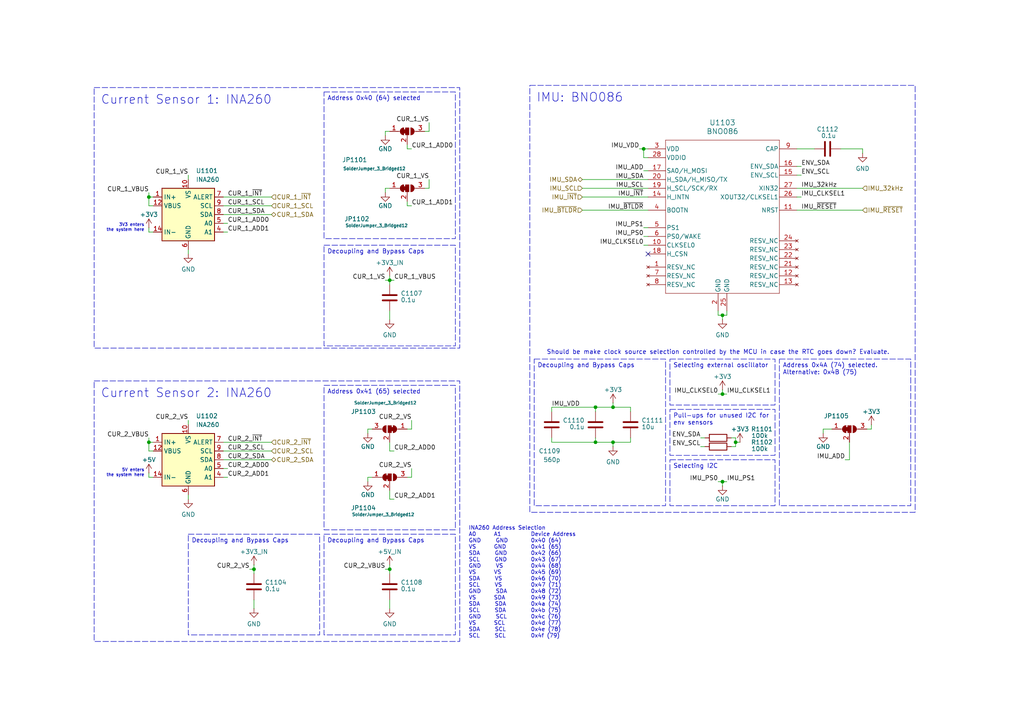
<source format=kicad_sch>
(kicad_sch (version 20231120) (generator "eeschema") (generator_version "8.0")
  (paper "A4")
  (title_block (title "bac MCU MicroMod Main Board Dual Function Single bacBus v1") (date "2025-02-12") (rev "1") (company "Build a CubeSat") (comment 1 "Manuel Imboden") (comment 2 "CC BY-SA 4.0") (comment 3 "https://buildacubesat.space"))
  (lib_symbols
    (symbol "Device:C" (pin_numbers hide) (pin_names (offset 0.254))
      (property "Reference" "C" (at 0.635 2.54 0))
      (property "Value" "C" (at 0.635 -2.54 0))
      (symbol "C_0_1"
        (polyline (pts (xy -2.032 -0.762) (xy 2.032 -0.762)) (stroke (width 0.508)))
        (polyline (pts (xy -2.032 0.762) (xy 2.032 0.762)) (stroke (width 0.508)))
      )
      (symbol "C_1_1"
        (pin passive line (at 0 3.81 270) (length 2.794) (name "~") (number "1"))
        (pin passive line (at 0 -3.81 90) (length 2.794) (name "~") (number "2"))
      )
    )
    (symbol "Device:R" (pin_numbers hide) (pin_names (offset 0))
      (property "Reference" "R" (at 2.032 0 90))
      (property "Value" "R" (at 0 0 90))
      (symbol "R_0_1"
        (rectangle (start -1.016 -2.54) (end 1.016 2.54) (stroke (width 0.254)))
      )
      (symbol "R_1_1"
        (pin passive line (at 0 3.81 270) (length 1.27) (name "~") (number "1"))
        (pin passive line (at 0 -3.81 90) (length 1.27) (name "~") (number "2"))
      )
    )
    (symbol "Jumper:SolderJumper_3_Bridged12" (pin_names (offset 0) hide) (exclude_from_sim yes) (in_bom no)
      (property "Reference" "JP" (at -2.54 -2.54 0))
      (property "Value" "SolderJumper_3_Bridged12" (at 0 2.794 0))
      (symbol "SolderJumper_3_Bridged12_0_1"
        (rectangle (start -1.016 0.508) (end -0.508 -0.508) (fill (type outline)))
        (arc (start -1.016 1.016) (mid -2.0276 0) (end -1.016 -1.016))
        (arc (start -1.016 1.016) (mid -2.0276 0) (end -1.016 -1.016) (fill (type outline)))
        (rectangle (start -0.508 1.016) (end 0.508 -1.016) (fill (type outline)))
        (polyline (pts (xy -2.54 0) (xy -2.032 0)))
        (polyline (pts (xy -1.016 1.016) (xy -1.016 -1.016)))
        (polyline (pts (xy 0 -1.27) (xy 0 -1.016)))
        (polyline (pts (xy 1.016 1.016) (xy 1.016 -1.016)))
        (polyline (pts (xy 2.54 0) (xy 2.032 0)))
        (arc (start 1.016 -1.016) (mid 2.0276 0) (end 1.016 1.016))
        (arc (start 1.016 -1.016) (mid 2.0276 0) (end 1.016 1.016) (fill (type outline)))
      )
      (symbol "SolderJumper_3_Bridged12_1_1"
        (pin passive line (at -5.08 0 0) (length 2.54) (name "A") (number "1"))
        (pin passive line (at 0 -3.81 90) (length 2.54) (name "C") (number "2"))
        (pin passive line (at 5.08 0 180) (length 2.54) (name "B") (number "3"))
      )
    )
    (symbol "Sensor:INA260"
      (property "Reference" "U" (at -6.35 8.89 0))
      (property "Value" "INA260" (at 2.54 8.89 0))
      (symbol "INA260_0_1"
        (rectangle (start -7.62 7.62) (end 7.62 -7.62) (stroke (width 0.254)) (fill (type background)))
      )
      (symbol "INA260_1_1"
        (pin passive line (at -10.16 5.08 0) (length 2.54) (name "IN+") (number "1"))
        (pin power_in line (at 0 10.16 270) (length 2.54) (name "VS") (number "10"))
        (pin passive line (at 0 -10.16 90) (length 2.54) hide (name "GND") (number "11"))
        (pin passive line (at -10.16 2.54 0) (length 2.54) (name "VBUS") (number "12"))
        (pin no_connect line (at 2.54 -7.62 90) (length 2.54) hide (name "NC") (number "13"))
        (pin passive line (at -10.16 -5.08 0) (length 2.54) (name "IN-") (number "14"))
        (pin passive line (at -10.16 -5.08 0) (length 2.54) hide (name "IN-") (number "15"))
        (pin passive line (at -10.16 -5.08 0) (length 2.54) hide (name "IN-") (number "16"))
        (pin passive line (at -10.16 5.08 0) (length 2.54) hide (name "IN+") (number "2"))
        (pin passive line (at -10.16 5.08 0) (length 2.54) hide (name "IN+") (number "3"))
        (pin input line (at 10.16 -5.08 180) (length 2.54) (name "A1") (number "4"))
        (pin input line (at 10.16 -2.54 180) (length 2.54) (name "A0") (number "5"))
        (pin power_in line (at 0 -10.16 90) (length 2.54) (name "GND") (number "6"))
        (pin open_collector line (at 10.16 5.08 180) (length 2.54) (name "ALERT") (number "7"))
        (pin bidirectional line (at 10.16 0 180) (length 2.54) (name "SDA") (number "8"))
        (pin input line (at 10.16 2.54 180) (length 2.54) (name "SCL") (number "9"))
      )
    )
    (symbol "bac MicroMod Main Board v1:CEVA BNO086" (pin_names (offset 0.254))
      (property "Reference" "U" (at 0 25.4 0))
      (property "Value" "CEVA BNO086" (at 0 22.86 0))
      (symbol "CEVA BNO086_0_1"
        (polyline (pts (xy -16.51 -24.13) (xy 16.51 -24.13)) (stroke (width 0.127)))
        (polyline (pts (xy -16.51 20.32) (xy -16.51 -24.13)) (stroke (width 0.127)))
        (polyline (pts (xy 16.51 -24.13) (xy 16.51 20.32)) (stroke (width 0.127)))
        (polyline (pts (xy 16.51 20.32) (xy -16.51 20.32)) (stroke (width 0.127)))
        (pin no_connect line (at -21.59 -16.51 0) (length 5.08) (name "RESV_NC") (number "1"))
        (pin input line (at -21.59 -10.16 0) (length 5.08) (name "CLKSEL0") (number "10"))
        (pin input line (at 21.59 0 180) (length 5.08) (name "NRST") (number "11"))
        (pin no_connect line (at 21.59 -19.05 180) (length 5.08) (name "RESV_NC") (number "12"))
        (pin no_connect line (at 21.59 -21.59 180) (length 5.08) (name "RESV_NC") (number "13"))
        (pin output line (at -21.59 3.81 0) (length 5.08) (name "H_INTN") (number "14"))
        (pin bidirectional line (at 21.59 10.16 180) (length 5.08) (name "ENV_SCL") (number "15"))
        (pin bidirectional line (at 21.59 12.7 180) (length 5.08) (name "ENV_SDA") (number "16"))
        (pin input line (at -21.59 11.43 0) (length 5.08) (name "SA0/H_MOSI") (number "17"))
        (pin input line (at -21.59 -12.7 0) (length 5.08) (name "H_CSN") (number "18"))
        (pin bidirectional line (at -21.59 6.35 0) (length 5.08) (name "H_SCL/SCK/RX") (number "19"))
        (pin power_out line (at -1.27 -29.21 90) (length 5.08) (name "GND") (number "2"))
        (pin bidirectional line (at -21.59 8.89 0) (length 5.08) (name "H_SDA/H_MISO/TX") (number "20"))
        (pin no_connect line (at 21.59 -16.51 180) (length 5.08) (name "RESV_NC") (number "21"))
        (pin no_connect line (at 21.59 -13.97 180) (length 5.08) (name "RESV_NC") (number "22"))
        (pin no_connect line (at 21.59 -11.43 180) (length 5.08) (name "RESV_NC") (number "23"))
        (pin no_connect line (at 21.59 -8.89 180) (length 5.08) (name "RESV_NC") (number "24"))
        (pin power_out line (at 1.27 -29.21 90) (length 5.08) (name "GND") (number "25"))
        (pin output line (at 21.59 3.81 180) (length 5.08) (name "XOUT32/CLKSEL1") (number "26"))
        (pin input line (at 21.59 6.35 180) (length 5.08) (name "XIN32") (number "27"))
        (pin power_in line (at -21.59 15.24 0) (length 5.08) (name "VDDIO") (number "28"))
        (pin power_in line (at -21.59 17.78 0) (length 5.08) (name "VDD") (number "3"))
        (pin input line (at -21.59 0 0) (length 5.08) (name "BOOTN") (number "4"))
        (pin input line (at -21.59 -5.08 0) (length 5.08) (name "PS1") (number "5"))
        (pin input line (at -21.59 -7.62 0) (length 5.08) (name "PS0/WAKE") (number "6"))
        (pin no_connect line (at -21.59 -19.05 0) (length 5.08) (name "RESV_NC") (number "7"))
        (pin no_connect line (at -21.59 -21.59 0) (length 5.08) (name "RESV_NC") (number "8"))
        (pin power_in line (at 21.59 17.78 180) (length 5.08) (name "CAP") (number "9"))
      )
    )
    (symbol "power:+3.3V" (power) (pin_numbers hide) (pin_names (offset 0) hide)
      (property "Value" "+3.3V" (at 0 3.556 0))
      (symbol "+3.3V_0_1"
        (polyline (pts (xy -0.762 1.27) (xy 0 2.54)))
        (polyline (pts (xy 0 0) (xy 0 2.54)))
        (polyline (pts (xy 0 2.54) (xy 0.762 1.27)))
      )
      (symbol "+3.3V_1_1"
        (pin power_in line (at 0 0 90) (length 0) (name "~") (number "1"))
      )
    )
    (symbol "power:GND" (power) (pin_numbers hide) (pin_names (offset 0) hide)
      (property "Value" "GND" (at 0 -3.81 0))
      (symbol "GND_0_1"
        (polyline (pts (xy 0 0) (xy 0 -1.27) (xy 1.27 -1.27) (xy 0 -2.54) (xy -1.27 -1.27) (xy 0 -1.27)))
      )
      (symbol "GND_1_1"
        (pin power_in line (at 0 0 270) (length 0) (name "~") (number "1"))
      )
    )
  )
  (junction (at 177.8 128.27))
  (junction (at 73.66 165.1))
  (junction (at 172.72 118.11))
  (junction (at 213.36 128.27))
  (junction (at 209.55 114.3))
  (junction (at 186.69 43.18))
  (junction (at 43.18 57.15))
  (junction (at 172.72 128.27))
  (junction (at 177.8 118.11))
  (junction (at 209.55 91.44))
  (junction (at 43.18 128.27))
  (junction (at 113.03 165.1))
  (junction (at 209.55 139.7))
  (junction (at 113.03 81.28))
  (no_connect (at 187.96 73.66))
  (wire (pts (xy 43.18 59.69) (xy 44.45 59.69)))
  (wire (pts (xy 238.76 124.46) (xy 241.3 124.46)))
  (wire (pts (xy 54.61 144.78) (xy 54.61 143.51)))
  (wire (pts (xy 213.36 127) (xy 213.36 128.27)))
  (wire (pts (xy 72.39 165.1) (xy 73.66 165.1)))
  (wire (pts (xy 54.61 50.8) (xy 54.61 52.07)))
  (wire (pts (xy 111.76 81.28) (xy 113.03 81.28)))
  (wire (pts (xy 119.38 138.43) (xy 118.11 138.43)))
  (wire (pts (xy 209.55 140.97) (xy 209.55 139.7)))
  (wire (pts (xy 231.14 50.8) (xy 232.41 50.8)))
  (wire (pts (xy 209.55 113.03) (xy 209.55 114.3)))
  (wire (pts (xy 111.76 54.61) (xy 111.76 55.88)))
  (wire (pts (xy 43.18 130.81) (xy 44.45 130.81)))
  (wire (pts (xy 213.36 128.27) (xy 213.36 129.54)))
  (wire (pts (xy 210.82 91.44) (xy 210.82 90.17)))
  (wire (pts (xy 160.02 127) (xy 160.02 128.27)))
  (wire (pts (xy 113.03 130.81) (xy 113.03 128.27)))
  (wire (pts (xy 118.11 43.18) (xy 118.11 41.91)))
  (wire (pts (xy 64.77 67.31) (xy 66.04 67.31)))
  (wire (pts (xy 172.72 118.11) (xy 177.8 118.11)))
  (wire (pts (xy 231.14 54.61) (xy 250.19 54.61)))
  (wire (pts (xy 208.28 139.7) (xy 209.55 139.7)))
  (wire (pts (xy 245.11 133.35) (xy 246.38 133.35)))
  (wire (pts (xy 238.76 124.46) (xy 238.76 125.73)))
  (wire (pts (xy 168.91 52.07) (xy 187.96 52.07)))
  (wire (pts (xy 43.18 57.15) (xy 44.45 57.15)))
  (wire (pts (xy 113.03 173.99) (xy 113.03 176.53)))
  (wire (pts (xy 186.69 71.12) (xy 187.96 71.12)))
  (wire (pts (xy 114.3 130.81) (xy 113.03 130.81)))
  (wire (pts (xy 160.02 119.38) (xy 160.02 118.11)))
  (wire (pts (xy 113.03 90.17) (xy 113.03 92.71)))
  (wire (pts (xy 78.74 57.15) (xy 64.77 57.15)))
  (wire (pts (xy 177.8 128.27) (xy 172.72 128.27)))
  (wire (pts (xy 118.11 59.69) (xy 118.11 58.42)))
  (wire (pts (xy 186.69 66.04) (xy 187.96 66.04)))
  (wire (pts (xy 203.2 129.54) (xy 204.47 129.54)))
  (wire (pts (xy 54.61 73.66) (xy 54.61 72.39)))
  (wire (pts (xy 73.66 165.1) (xy 73.66 166.37)))
  (wire (pts (xy 186.69 45.72) (xy 186.69 43.18)))
  (wire (pts (xy 236.22 43.18) (xy 231.14 43.18)))
  (wire (pts (xy 43.18 57.15) (xy 43.18 55.88)))
  (wire (pts (xy 168.91 60.96) (xy 187.96 60.96)))
  (wire (pts (xy 208.28 90.17) (xy 208.28 91.44)))
  (wire (pts (xy 250.19 43.18) (xy 250.19 44.45)))
  (wire (pts (xy 209.55 91.44) (xy 210.82 91.44)))
  (wire (pts (xy 246.38 128.27) (xy 246.38 133.35)))
  (wire (pts (xy 114.3 144.78) (xy 113.03 144.78)))
  (wire (pts (xy 182.88 127) (xy 182.88 128.27)))
  (wire (pts (xy 182.88 128.27) (xy 177.8 128.27)))
  (wire (pts (xy 177.8 128.27) (xy 177.8 129.54)))
  (wire (pts (xy 124.46 52.07) (xy 124.46 54.61)))
  (wire (pts (xy 231.14 57.15) (xy 232.41 57.15)))
  (wire (pts (xy 111.76 54.61) (xy 113.03 54.61)))
  (wire (pts (xy 177.8 118.11) (xy 182.88 118.11)))
  (wire (pts (xy 119.38 121.92) (xy 119.38 124.46)))
  (wire (pts (xy 118.11 43.18) (xy 119.38 43.18)))
  (wire (pts (xy 106.68 124.46) (xy 107.95 124.46)))
  (wire (pts (xy 252.73 124.46) (xy 252.73 123.19)))
  (wire (pts (xy 213.36 129.54) (xy 212.09 129.54)))
  (wire (pts (xy 43.18 128.27) (xy 43.18 127)))
  (wire (pts (xy 160.02 128.27) (xy 172.72 128.27)))
  (wire (pts (xy 172.72 128.27) (xy 172.72 127)))
  (wire (pts (xy 43.18 67.31) (xy 44.45 67.31)))
  (wire (pts (xy 106.68 138.43) (xy 107.95 138.43)))
  (wire (pts (xy 54.61 121.92) (xy 54.61 123.19)))
  (wire (pts (xy 231.14 48.26) (xy 232.41 48.26)))
  (wire (pts (xy 172.72 118.11) (xy 172.72 119.38)))
  (wire (pts (xy 209.55 114.3) (xy 210.82 114.3)))
  (wire (pts (xy 168.91 57.15) (xy 187.96 57.15)))
  (wire (pts (xy 78.74 128.27) (xy 64.77 128.27)))
  (wire (pts (xy 113.03 163.83) (xy 113.03 165.1)))
  (wire (pts (xy 186.69 43.18) (xy 187.96 43.18)))
  (wire (pts (xy 124.46 54.61) (xy 123.19 54.61)))
  (wire (pts (xy 111.76 38.1) (xy 113.03 38.1)))
  (wire (pts (xy 43.18 138.43) (xy 44.45 138.43)))
  (wire (pts (xy 212.09 127) (xy 213.36 127)))
  (wire (pts (xy 43.18 128.27) (xy 44.45 128.27)))
  (wire (pts (xy 43.18 137.16) (xy 43.18 138.43)))
  (wire (pts (xy 182.88 118.11) (xy 182.88 119.38)))
  (wire (pts (xy 231.14 60.96) (xy 250.19 60.96)))
  (wire (pts (xy 187.96 45.72) (xy 186.69 45.72)))
  (wire (pts (xy 208.28 91.44) (xy 209.55 91.44)))
  (wire (pts (xy 177.8 116.84) (xy 177.8 118.11)))
  (wire (pts (xy 106.68 124.46) (xy 106.68 125.73)))
  (wire (pts (xy 208.28 114.3) (xy 209.55 114.3)))
  (wire (pts (xy 78.74 133.35) (xy 64.77 133.35)))
  (wire (pts (xy 243.84 43.18) (xy 250.19 43.18)))
  (wire (pts (xy 113.03 81.28) (xy 113.03 82.55)))
  (wire (pts (xy 78.74 130.81) (xy 64.77 130.81)))
  (wire (pts (xy 78.74 59.69) (xy 64.77 59.69)))
  (wire (pts (xy 119.38 135.89) (xy 119.38 138.43)))
  (wire (pts (xy 124.46 35.56) (xy 124.46 38.1)))
  (wire (pts (xy 111.76 38.1) (xy 111.76 39.37)))
  (wire (pts (xy 43.18 130.81) (xy 43.18 128.27)))
  (wire (pts (xy 73.66 163.83) (xy 73.66 165.1)))
  (wire (pts (xy 209.55 91.44) (xy 209.55 92.71)))
  (wire (pts (xy 203.2 127) (xy 204.47 127)))
  (wire (pts (xy 118.11 59.69) (xy 119.38 59.69)))
  (wire (pts (xy 113.03 144.78) (xy 113.03 142.24)))
  (wire (pts (xy 113.03 165.1) (xy 113.03 166.37)))
  (wire (pts (xy 168.91 54.61) (xy 187.96 54.61)))
  (wire (pts (xy 160.02 118.11) (xy 172.72 118.11)))
  (wire (pts (xy 114.3 81.28) (xy 113.03 81.28)))
  (wire (pts (xy 73.66 173.99) (xy 73.66 176.53)))
  (wire (pts (xy 119.38 124.46) (xy 118.11 124.46)))
  (wire (pts (xy 78.74 62.23) (xy 64.77 62.23)))
  (wire (pts (xy 185.42 43.18) (xy 186.69 43.18)))
  (wire (pts (xy 252.73 124.46) (xy 251.46 124.46)))
  (wire (pts (xy 186.69 68.58) (xy 187.96 68.58)))
  (wire (pts (xy 106.68 139.7) (xy 106.68 138.43)))
  (wire (pts (xy 214.63 128.27) (xy 213.36 128.27)))
  (wire (pts (xy 113.03 80.01) (xy 113.03 81.28)))
  (wire (pts (xy 43.18 59.69) (xy 43.18 57.15)))
  (wire (pts (xy 64.77 135.89) (xy 66.04 135.89)))
  (wire (pts (xy 209.55 139.7) (xy 210.82 139.7)))
  (wire (pts (xy 124.46 38.1) (xy 123.19 38.1)))
  (wire (pts (xy 111.76 165.1) (xy 113.03 165.1)))
  (wire (pts (xy 64.77 64.77) (xy 66.04 64.77)))
  (wire (pts (xy 43.18 66.04) (xy 43.18 67.31)))
  (wire (pts (xy 64.77 138.43) (xy 66.04 138.43)))
  (wire (pts (xy 186.69 49.53) (xy 187.96 49.53)))
  (text_box "IMU: BNO086" (at 153.67 24.765 0) (size 111.76 123.825) (stroke (width 0) (type dash)) (effects (font (size 2.54 2.54)) (justify left top)))
  (text_box "Selecting external oscillator" (at 194.31 104.14 0) (size 30.48 13.335) (stroke (width 0) (type dash)) (effects (font (size 1.27 1.27)) (justify left top)))
  (text_box "Pull-ups for unused I2C for env sensors" (at 194.31 118.745 0) (size 30.48 13.335) (stroke (width 0) (type dash)) (effects (font (size 1.27 1.27)) (justify left top)))
  (text_box "Decoupling and Bypass Caps" (at 54.61 154.94 0) (size 38.1 29.21) (stroke (width 0) (type dash)) (effects (font (size 1.27 1.27)) (justify left top)))
  (text_box "Decoupling and Bypass Caps" (at 93.98 154.94 0) (size 38.1 29.21) (stroke (width 0) (type dash)) (effects (font (size 1.27 1.27)) (justify left top)))
  (text_box "Selecting I2C" (at 194.31 133.35 0) (size 30.48 13.335) (stroke (width 0) (type dash)) (effects (font (size 1.27 1.27)) (justify left top)))
  (text_box "Current Sensor 2: INA260" (at 27.305 110.49 0) (size 106.045 75.565) (stroke (width 0) (type dash)) (effects (font (size 2.54 2.54)) (justify left top)))
  (text_box "Decoupling and Bypass Caps" (at 93.98 71.12 0) (size 38.1 29.21) (stroke (width 0) (type dash)) (effects (font (size 1.27 1.27)) (justify left top)))
  (text_box "Address 0x41 (65) selected" (at 93.98 111.76 0) (size 38.1 41.91) (stroke (width 0) (type dash)) (effects (font (size 1.27 1.27)) (justify left top)))
  (text_box "Address 0x4A (74) selected. Alternative: 0x4B (75)" (at 226.06 104.14 0) (size 38.1 42.545) (stroke (width 0) (type dash)) (effects (font (size 1.27 1.27)) (justify left top)))
  (text_box "Address 0x40 (64) selected" (at 93.98 26.67 0) (size 38.1 42.545) (stroke (width 0) (type dash)) (effects (font (size 1.27 1.27)) (justify left top)))
  (text_box "Current Sensor 1: INA260" (at 27.305 25.4 0) (size 106.045 75.565) (stroke (width 0) (type dash)) (effects (font (size 2.54 2.54)) (justify left top)))
  (text_box "Decoupling and Bypass Caps" (at 154.94 104.14 0) (size 38.1 42.545) (stroke (width 0) (type dash)) (effects (font (size 1.27 1.27)) (justify left top)))
  (text "5V enters\nthe system here" (at 41.91 137.16 0) (effects (font (size 0.889 0.889)) (justify right)))
  (text "3V3 enters\nthe system here" (at 41.91 66.04 0) (effects (font (size 0.889 0.889)) (justify right)))
  (text "INA260 Address Selection\nA0      A1		Device Address \nGND     GND		0x40 (64)\nVS      GND		0x41 (65)\nSDA     GND		0x42 (66)\nSCL     GND		0x43 (67)\nGND     VS		0x44 (68)\nVS      VS		0x45 (69)\nSDA     VS		0x46 (70)\nSCL     VS		0x47 (71)\nGND     SDA		0x48 (72)\nVS      SDA		0x49 (73)\nSDA     SDA		0x4a (74)\nSCL     SDA		0x4b (75)\nGND     SCL		0x4c (76)\nVS      SCL		0x4d (77)\nSDA     SCL		0x4e (78)\nSCL     SCL		0x4f (79)\n" (at 135.89 168.91 0) (effects (font (size 1.143 1.143)) (justify left)))
  (text "Should be make clock source selection controlled by the MCU in case the RTC goes down? Evaluate." (at 208.28 102.235 0) (effects (font (size 1.27 1.27))))
  (label "ENV_SDA" (at 232.41 48.26 0))
  (label "CUR_2_ADD0" (at 114.3 130.81 0))
  (label "IMU_PS1" (at 210.82 139.7 0))
  (label "IMU_32kHz" (at 232.41 54.61 0))
  (label "IMU_CLKSEL0" (at 208.28 114.3 180))
  (label "CUR_1_VS" (at 111.76 81.28 180))
  (label "CUR_2_VS" (at 119.38 135.89 180))
  (label "CUR_2_ADD1" (at 66.04 138.43 0))
  (label "ENV_SCL" (at 203.2 129.54 180))
  (label "IMU_ADD" (at 245.11 133.35 180))
  (label "IMU_~{RESET}" (at 232.41 60.96 0))
  (label "CUR_1_SDA" (at 66.04 62.23 0))
  (label "ENV_SDA" (at 203.2 127 180))
  (label "IMU_VDD" (at 160.02 118.11 0))
  (label "IMU_PS1" (at 186.69 66.04 180))
  (label "IMU_CLKSEL1" (at 210.82 114.3 0))
  (label "CUR_1_VBUS" (at 114.3 81.28 0))
  (label "CUR_2_VS" (at 72.39 165.1 180))
  (label "IMU_PS0" (at 208.28 139.7 180))
  (label "CUR_2_~{INT}" (at 66.04 128.27 0))
  (label "CUR_2_VS" (at 119.38 121.92 180))
  (label "CUR_2_VBUS" (at 43.18 127 180))
  (label "CUR_2_ADD1" (at 114.3 144.78 0))
  (label "CUR_2_ADD0" (at 66.04 135.89 0))
  (label "CUR_1_ADD0" (at 66.04 64.77 0))
  (label "CUR_1_SCL" (at 66.04 59.69 0))
  (label "CUR_2_SCL" (at 66.04 130.81 0))
  (label "IMU_VDD" (at 185.42 43.18 180))
  (label "CUR_1_VBUS" (at 43.18 55.88 180))
  (label "CUR_1_ADD1" (at 66.04 67.31 0))
  (label "IMU_CLKSEL1" (at 232.41 57.15 0))
  (label "CUR_1_ADD1" (at 119.38 59.69 0))
  (label "CUR_1_ADD0" (at 119.38 43.18 0))
  (label "ENV_SCL" (at 232.41 50.8 0))
  (label "CUR_1_VS" (at 124.46 35.56 180))
  (label "CUR_2_VS" (at 54.61 121.92 180))
  (label "IMU_CLKSEL0" (at 186.69 71.12 180))
  (label "IMU_~{INT}" (at 186.69 57.15 180))
  (label "IMU_~{BTLDR}" (at 186.69 60.96 180))
  (label "IMU_PS0" (at 186.69 68.58 180))
  (label "CUR_1_~{INT}" (at 66.04 57.15 0))
  (label "IMU_SCL" (at 186.69 54.61 180))
  (label "CUR_1_VS" (at 124.46 52.07 180))
  (label "CUR_2_VBUS" (at 111.76 165.1 180))
  (label "IMU_ADD" (at 186.69 49.53 180))
  (label "CUR_2_SDA" (at 66.04 133.35 0))
  (label "CUR_1_VS" (at 54.61 50.8 180))
  (label "IMU_SDA" (at 186.69 52.07 180))
  (hierarchical_label "IMU_SCL" (shape input) (at 168.91 54.61 180))
  (hierarchical_label "IMU_~{RESET}" (shape input) (at 250.19 60.96 0))
  (hierarchical_label "IMU_32kHz" (shape input) (at 250.19 54.61 0))
  (hierarchical_label "CUR_2_SDA" (shape bidirectional) (at 78.74 133.35 0))
  (hierarchical_label "IMU_~{INT}" (shape input) (at 168.91 57.15 180))
  (hierarchical_label "IMU_SDA" (shape bidirectional) (at 168.91 52.07 180))
  (hierarchical_label "CUR_1_SDA" (shape bidirectional) (at 78.74 62.23 0))
  (hierarchical_label "CUR_2_SCL" (shape input) (at 78.74 130.81 0))
  (hierarchical_label "CUR_1_~{INT}" (shape input) (at 78.74 57.15 0))
  (hierarchical_label "CUR_1_SCL" (shape input) (at 78.74 59.69 0))
  (hierarchical_label "CUR_2_~{INT}" (shape input) (at 78.74 128.27 0))
  (hierarchical_label "IMU_~{BTLDR}" (shape input) (at 168.91 60.96 180))
  (symbol (lib_id "Device:R") (at 208.28 127 90) (unit 1)
    (property "Reference" "R1101" (at 220.98 124.46 90))
    (property "Value" "100k" (at 220.345 126.365 90))
    (property "Footprint" "bac MicroMod Main Board v1:bac-R-0603-100k" (effects (hide yes)))
    (property "Description" "Resistor" (effects (hide yes)))
    (property "Series" "E96" (effects (hide yes)))
  )
  (symbol (lib_id "power:GND") (at 111.76 55.88 0) (unit 1)
    (property "Reference" "#PWR01112" (effects (hide yes)))
    (property "Value" "GND" (at 111.76 59.69 0))
    (property "Description" "Power symbol creates a global label with name \"GND\" , ground" (effects (hide yes)))
  )
  (symbol (lib_id "power:+3.3V") (at 252.73 123.19 0) (unit 1)
    (property "Reference" "#PWR01123" (effects (hide yes)))
    (property "Value" "+3V3" (at 252.73 119.38 0))
    (property "Description" "Power symbol creates a global label with name \"+3.3V\"" (effects (hide yes)))
  )
  (symbol (lib_id "power:GND") (at 177.8 129.54 0) (unit 1)
    (property "Reference" "#PWR01116" (effects (hide yes)))
    (property "Value" "GND" (at 177.8 133.985 0))
    (property "Description" "Power symbol creates a global label with name \"GND\" , ground" (effects (hide yes)))
  )
  (symbol (lib_id "power:GND") (at 113.03 92.71 0) (unit 1)
    (property "Reference" "#PWR01108" (effects (hide yes)))
    (property "Value" "GND" (at 113.03 97.155 0))
    (property "Description" "Power symbol creates a global label with name \"GND\" , ground" (effects (hide yes)))
  )
  (symbol (lib_id "Device:C") (at 73.66 170.18 0) (unit 1)
    (property "Reference" "C1104" (at 76.835 168.91 0) (effects (justify left)))
    (property "Value" "0.1u" (at 76.835 170.815 0) (effects (justify left)))
    (property "Footprint" "bac MicroMod Main Board v1:bac-C-0603-0.1u" (effects (hide yes)))
    (property "Description" "Unpolarized capacitor" (effects (hide yes)))
    (property "Height" "0.95mm" (effects (hide yes)))
    (property "Rated Voltage" "50V" (effects (hide yes)))
    (property "Temperature Coefficient" "X7R" (effects (hide yes)))
  )
  (symbol (lib_id "power:+3.3V") (at 113.03 80.01 0) (unit 1)
    (property "Reference" "#PWR01107" (effects (hide yes)))
    (property "Value" "+3V3_IN" (at 113.03 76.2 0))
    (property "Description" "Power symbol creates a global label with name \"+3.3V\"" (effects (hide yes)))
  )
  (symbol (lib_id "Sensor:INA260") (at 54.61 62.23 0) (unit 1)
    (property "Reference" "U1101" (at 56.8041 49.53 0) (effects (justify left)))
    (property "Value" "INA260" (at 56.8041 52.07 0) (effects (justify left)))
    (property "Footprint" "Package_SO:TSSOP-16_4.4x5mm_P0.65mm" (effects (hide yes)))
    (property "Datasheet" "http://www.ti.com/lit/ds/symlink/ina260.pdf" (effects (hide yes)))
    (property "Description" "Current/power/voltage monitor with Integrated 2mΩ Shunt Resistor, 2.7V - 5.5V, I2C, TSSOP-16" (effects (hide yes)))
  )
  (symbol (lib_id "Device:C") (at 113.03 86.36 0) (unit 1)
    (property "Reference" "C1107" (at 116.205 85.09 0) (effects (justify left)))
    (property "Value" "0.1u" (at 116.205 86.995 0) (effects (justify left)))
    (property "Footprint" "bac MicroMod Main Board v1:bac-C-0603-0.1u" (effects (hide yes)))
    (property "Description" "Unpolarized capacitor" (effects (hide yes)))
    (property "Height" "0.95mm" (effects (hide yes)))
    (property "Rated Voltage" "50V" (effects (hide yes)))
    (property "Temperature Coefficient" "X7R" (effects (hide yes)))
  )
  (symbol (lib_id "Jumper:SolderJumper_3_Bridged12") (at 246.38 124.46 0) (unit 1) (exclude_from_sim yes) (in_bom no)
    (property "Reference" "JP1105" (at 242.57 120.65 0))
    (property "Value" "SolderJumper_3_Bridged12" (effects (hide yes)))
    (property "Footprint" "Jumper:SolderJumper-3_P1.3mm_Bridged12_RoundedPad1.0x1.5mm_NumberLabels" (effects (hide yes)))
    (property "Description" "3-pole Solder Jumper, pins 1+2 closed/bridged" (effects (hide yes)))
  )
  (symbol (lib_id "power:GND") (at 54.61 73.66 0) (unit 1)
    (property "Reference" "#PWR01103" (effects (hide yes)))
    (property "Value" "GND" (at 54.61 78.105 0))
    (property "Description" "Power symbol creates a global label with name \"GND\" , ground" (effects (hide yes)))
  )
  (symbol (lib_id "power:+3.3V") (at 43.18 66.04 0) (unit 1)
    (property "Reference" "#PWR01101" (effects (hide yes)))
    (property "Value" "+3V3" (at 43.18 62.23 0))
    (property "Description" "Power symbol creates a global label with name \"+3.3V\"" (effects (hide yes)))
  )
  (symbol (lib_id "power:+3.3V") (at 214.63 128.27 0) (unit 1)
    (property "Reference" "#PWR01120" (effects (hide yes)))
    (property "Value" "+3V3" (at 214.63 124.46 0))
    (property "Description" "Power symbol creates a global label with name \"+3.3V\"" (effects (hide yes)))
  )
  (symbol (lib_id "Jumper:SolderJumper_3_Bridged12") (at 113.03 138.43 0) (unit 1) (exclude_from_sim yes) (in_bom no)
    (property "Reference" "JP1104" (at 105.41 147.32 0))
    (property "Value" "SolderJumper_3_Bridged12" (at 111.125 149.225 0) (effects (font (size 0.889 0.889))))
    (property "Footprint" "Jumper:SolderJumper-3_P1.3mm_Bridged12_RoundedPad1.0x1.5mm_NumberLabels" (effects (hide yes)))
    (property "Description" "3-pole Solder Jumper, pins 1+2 closed/bridged" (effects (hide yes)))
  )
  (symbol (lib_id "power:GND") (at 73.66 176.53 0) (unit 1)
    (property "Reference" "#PWR01106" (effects (hide yes)))
    (property "Value" "GND" (at 73.66 180.975 0))
    (property "Description" "Power symbol creates a global label with name \"GND\" , ground" (effects (hide yes)))
  )
  (symbol (lib_id "power:GND") (at 111.76 39.37 0) (unit 1)
    (property "Reference" "#PWR01111" (effects (hide yes)))
    (property "Value" "GND" (at 111.76 43.18 0))
    (property "Description" "Power symbol creates a global label with name \"GND\" , ground" (effects (hide yes)))
  )
  (symbol (lib_id "Device:C") (at 113.03 170.18 0) (unit 1)
    (property "Reference" "C1108" (at 116.205 168.91 0) (effects (justify left)))
    (property "Value" "0.1u" (at 116.205 170.815 0) (effects (justify left)))
    (property "Footprint" "bac MicroMod Main Board v1:bac-C-0603-0.1u" (effects (hide yes)))
    (property "Description" "Unpolarized capacitor" (effects (hide yes)))
    (property "Height" "0.95mm" (effects (hide yes)))
    (property "Rated Voltage" "50V" (effects (hide yes)))
    (property "Temperature Coefficient" "X7R" (effects (hide yes)))
  )
  (symbol (lib_id "Sensor:INA260") (at 54.61 133.35 0) (unit 1)
    (property "Reference" "U1102" (at 56.8041 120.65 0) (effects (justify left)))
    (property "Value" "INA260" (at 56.8041 123.19 0) (effects (justify left)))
    (property "Footprint" "Package_SO:TSSOP-16_4.4x5mm_P0.65mm" (effects (hide yes)))
    (property "Datasheet" "http://www.ti.com/lit/ds/symlink/ina260.pdf" (effects (hide yes)))
    (property "Description" "Current/power/voltage monitor with Integrated 2mΩ Shunt Resistor, 2.7V - 5.5V, I2C, TSSOP-16" (effects (hide yes)))
  )
  (symbol (lib_id "power:GND") (at 106.68 139.7 0) (unit 1)
    (property "Reference" "#PWR01113" (effects (hide yes)))
    (property "Value" "GND" (at 106.68 143.51 0))
    (property "Description" "Power symbol creates a global label with name \"GND\" , ground" (effects (hide yes)))
  )
  (symbol (lib_id "Device:C") (at 172.72 123.19 0) (mirror y) (unit 1)
    (property "Reference" "C1110" (at 169.545 121.92 0) (effects (justify left)))
    (property "Value" "0.1u" (at 169.545 123.825 0) (effects (justify left)))
    (property "Footprint" "bac MicroMod Main Board v1:bac-C-0603-0.1u" (effects (hide yes)))
    (property "Description" "Unpolarized capacitor" (effects (hide yes)))
    (property "Height" "0.95mm" (effects (hide yes)))
    (property "Rated Voltage" "50V" (effects (hide yes)))
    (property "Temperature Coefficient" "X7R" (effects (hide yes)))
  )
  (symbol (lib_id "Device:R") (at 208.28 129.54 90) (mirror x) (unit 1)
    (property "Reference" "R1102" (at 220.98 128.27 90))
    (property "Value" "100k" (at 220.345 130.175 90))
    (property "Footprint" "bac MicroMod Main Board v1:bac-R-0603-100k" (effects (hide yes)))
    (property "Description" "Resistor" (effects (hide yes)))
    (property "Series" "E96" (effects (hide yes)))
  )
  (symbol (lib_id "power:GND") (at 209.55 92.71 0) (unit 1)
    (property "Reference" "#PWR01117" (effects (hide yes)))
    (property "Value" "GND" (at 209.55 97.155 0))
    (property "Description" "Power symbol creates a global label with name \"GND\" , ground" (effects (hide yes)))
  )
  (symbol (lib_id "power:+3.3V") (at 177.8 116.84 0) (unit 1)
    (property "Reference" "#PWR01115" (effects (hide yes)))
    (property "Value" "+3V3" (at 177.8 113.03 0))
    (property "Description" "Power symbol creates a global label with name \"+3.3V\"" (effects (hide yes)))
  )
  (symbol (lib_id "Device:C") (at 182.88 123.19 0) (unit 1)
    (property "Reference" "C1111" (at 186.055 121.92 0) (effects (justify left)))
    (property "Value" "10u" (at 186.055 123.825 0) (effects (justify left)))
    (property "Footprint" "bac MicroMod Main Board v1:bac-C-0805-10u" (effects (hide yes)))
    (property "Description" "Unpolarized capacitor" (effects (hide yes)))
    (property "Rated Voltage" "25V" (effects (hide yes)))
    (property "Temperature Coefficient" "X7R " (effects (hide yes)))
  )
  (symbol (lib_id "power:+3.3V") (at 113.03 163.83 0) (unit 1)
    (property "Reference" "#PWR01109" (effects (hide yes)))
    (property "Value" "+5V_IN" (at 113.03 160.02 0))
    (property "Description" "Power symbol creates a global label with name \"+3.3V\"" (effects (hide yes)))
  )
  (symbol (lib_id "power:GND") (at 250.19 44.45 0) (unit 1)
    (property "Reference" "#PWR01122" (effects (hide yes)))
    (property "Value" "GND" (at 250.19 48.895 0))
    (property "Description" "Power symbol creates a global label with name \"GND\" , ground" (effects (hide yes)))
  )
  (symbol (lib_id "power:GND") (at 54.61 144.78 0) (unit 1)
    (property "Reference" "#PWR01104" (effects (hide yes)))
    (property "Value" "GND" (at 54.61 149.225 0))
    (property "Description" "Power symbol creates a global label with name \"GND\" , ground" (effects (hide yes)))
  )
  (symbol (lib_id "Jumper:SolderJumper_3_Bridged12") (at 118.11 54.61 0) (unit 1) (exclude_from_sim yes) (in_bom no)
    (property "Reference" "JP1102" (at 103.505 63.5 0))
    (property "Value" "SolderJumper_3_Bridged12" (at 109.22 65.405 0) (effects (font (size 0.889 0.889))))
    (property "Footprint" "Jumper:SolderJumper-3_P1.3mm_Bridged12_RoundedPad1.0x1.5mm_NumberLabels" (effects (hide yes)))
    (property "Description" "3-pole Solder Jumper, pins 1+2 closed/bridged" (effects (hide yes)))
  )
  (symbol (lib_id "Jumper:SolderJumper_3_Bridged12") (at 118.11 38.1 0) (unit 1) (exclude_from_sim yes) (in_bom no)
    (property "Reference" "JP1101" (at 102.87 46.355 0))
    (property "Value" "SolderJumper_3_Bridged12" (at 108.585 48.895 0) (effects (font (size 0.889 0.889))))
    (property "Footprint" "Jumper:SolderJumper-3_P1.3mm_Bridged12_RoundedPad1.0x1.5mm_NumberLabels" (effects (hide yes)))
    (property "Description" "3-pole Solder Jumper, pins 1+2 closed/bridged" (effects (hide yes)))
  )
  (symbol (lib_id "power:GND") (at 106.68 125.73 0) (unit 1)
    (property "Reference" "#PWR01114" (effects (hide yes)))
    (property "Value" "GND" (at 106.68 129.54 0))
    (property "Description" "Power symbol creates a global label with name \"GND\" , ground" (effects (hide yes)))
  )
  (symbol (lib_id "Device:C") (at 160.02 123.19 0) (unit 1)
    (property "Reference" "C1109" (at 162.56 130.81 0) (effects (justify right)))
    (property "Value" "560p" (at 162.56 133.35 0) (effects (justify right)))
    (property "Footprint" "Capacitor_SMD:C_0603_1608Metric" (effects (hide yes)))
    (property "Description" "Unpolarized capacitor" (effects (hide yes)))
    (property "Height" "0.9mm" (effects (hide yes)))
    (property "Rated Voltage" "50V" (effects (hide yes)))
    (property "Temperature Coefficient" "X7R " (effects (hide yes)))
  )
  (symbol (lib_id "Jumper:SolderJumper_3_Bridged12") (at 113.03 124.46 0) (mirror y) (unit 1) (exclude_from_sim yes) (in_bom no)
    (property "Reference" "JP1103" (at 105.41 119.38 0))
    (property "Value" "SolderJumper_3_Bridged12" (at 111.76 116.84 0) (effects (font (size 0.889 0.889))))
    (property "Footprint" "Jumper:SolderJumper-3_P1.3mm_Bridged12_RoundedPad1.0x1.5mm_NumberLabels" (effects (hide yes)))
    (property "Description" "3-pole Solder Jumper, pins 1+2 closed/bridged" (effects (hide yes)))
  )
  (symbol (lib_id "power:GND") (at 209.55 140.97 0) (unit 1)
    (property "Reference" "#PWR01119" (effects (hide yes)))
    (property "Value" "GND" (at 209.55 144.78 0))
    (property "Description" "Power symbol creates a global label with name \"GND\" , ground" (effects (hide yes)))
  )
  (symbol (lib_id "Device:C") (at 240.03 43.18 270) (mirror x) (unit 1)
    (property "Reference" "C1112" (at 236.855 37.465 90) (effects (justify left)))
    (property "Value" "0.1u" (at 238.125 39.37 90) (effects (justify left)))
    (property "Footprint" "bac MicroMod Main Board v1:bac-C-0603-0.1u" (effects (hide yes)))
    (property "Description" "Unpolarized capacitor" (effects (hide yes)))
    (property "Height" "0.95mm" (effects (hide yes)))
    (property "Rated Voltage" "50V" (effects (hide yes)))
    (property "Temperature Coefficient" "X7R" (effects (hide yes)))
  )
  (symbol (lib_id "power:GND") (at 238.76 125.73 0) (unit 1)
    (property "Reference" "#PWR01121" (effects (hide yes)))
    (property "Value" "GND" (at 238.76 129.54 0))
    (property "Description" "Power symbol creates a global label with name \"GND\" , ground" (effects (hide yes)))
  )
  (symbol (lib_id "power:+3.3V") (at 209.55 113.03 0) (unit 1)
    (property "Reference" "#PWR01118" (effects (hide yes)))
    (property "Value" "+3V3" (at 209.55 109.22 0))
    (property "Description" "Power symbol creates a global label with name \"+3.3V\"" (effects (hide yes)))
  )
  (symbol (lib_id "power:+3.3V") (at 73.66 163.83 0) (unit 1)
    (property "Reference" "#PWR01105" (effects (hide yes)))
    (property "Value" "+3V3_IN" (at 73.66 160.02 0))
    (property "Description" "Power symbol creates a global label with name \"+3.3V\"" (effects (hide yes)))
  )
  (symbol (lib_id "power:+3.3V") (at 43.18 137.16 0) (unit 1)
    (property "Reference" "#PWR01102" (effects (hide yes)))
    (property "Value" "+5V" (at 43.18 133.35 0))
    (property "Description" "Power symbol creates a global label with name \"+3.3V\"" (effects (hide yes)))
  )
  (symbol (lib_id "power:GND") (at 113.03 176.53 0) (unit 1)
    (property "Reference" "#PWR01110" (effects (hide yes)))
    (property "Value" "GND" (at 113.03 180.975 0))
    (property "Description" "Power symbol creates a global label with name \"GND\" , ground" (effects (hide yes)))
  )
  (symbol (lib_id "bac MicroMod Main Board v1:CEVA BNO086") (at 209.55 60.96 0) (unit 1)
    (property "Reference" "U1103" (at 209.55 35.56 0) (effects (font (size 1.524 1.524))))
    (property "Value" "BNO086" (at 209.55 38.1 0) (effects (font (size 1.524 1.524))))
    (property "Footprint" "bac MicroMod Main Board v1:CEVA-BNO086" (effects (hide yes)))
    (property "Datasheet" "https://www.ceva-ip.com/wp-content/uploads/2019/10/BNO080_085-Datasheet.pdf" (effects (hide yes)))
    (property "Description" "Accelerometer, Gyroscope, Magnetometer, Temperature, 9 Axis Sensor I2C, SPI Output" (effects (hide yes)))
    (property "Height" "1.18mm" (effects (hide yes)))
  )
)
</source>
